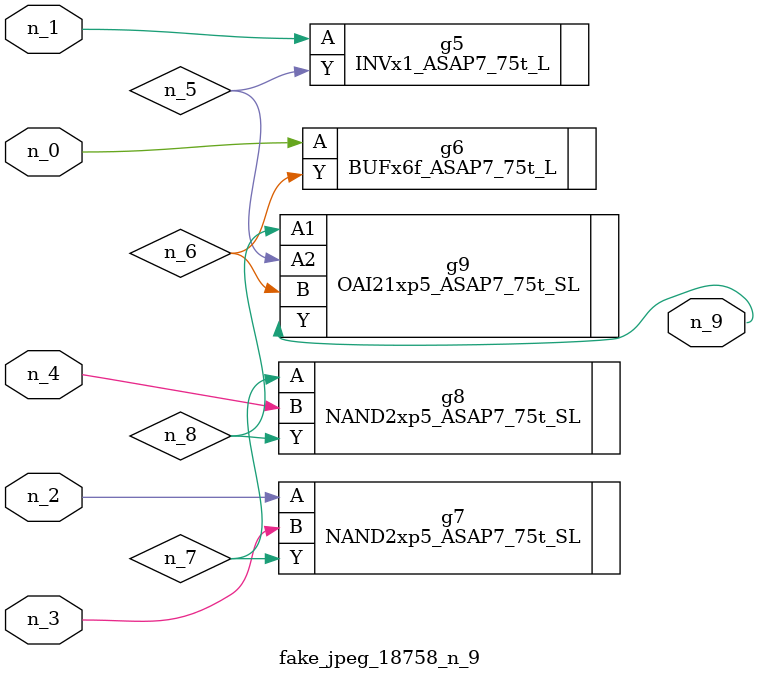
<source format=v>
module fake_jpeg_18758_n_9 (n_3, n_2, n_1, n_0, n_4, n_9);

input n_3;
input n_2;
input n_1;
input n_0;
input n_4;

output n_9;

wire n_8;
wire n_6;
wire n_5;
wire n_7;

INVx1_ASAP7_75t_L g5 ( 
.A(n_1),
.Y(n_5)
);

BUFx6f_ASAP7_75t_L g6 ( 
.A(n_0),
.Y(n_6)
);

NAND2xp5_ASAP7_75t_SL g7 ( 
.A(n_2),
.B(n_3),
.Y(n_7)
);

NAND2xp5_ASAP7_75t_SL g8 ( 
.A(n_7),
.B(n_4),
.Y(n_8)
);

OAI21xp5_ASAP7_75t_SL g9 ( 
.A1(n_8),
.A2(n_5),
.B(n_6),
.Y(n_9)
);


endmodule
</source>
